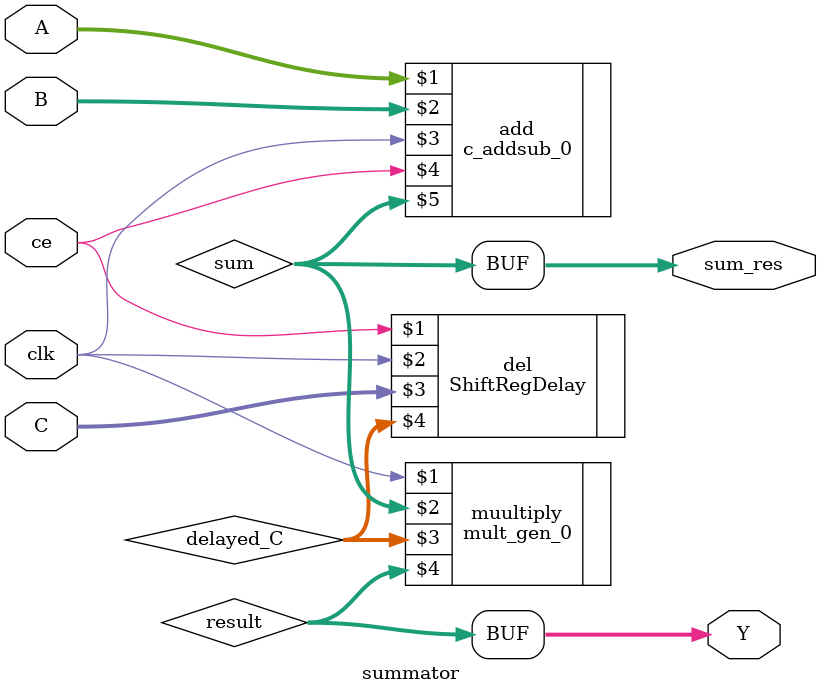
<source format=v>
`timescale 1ns / 1ps


module summator(
        input clk,
        input ce,
        input[7:0] A,
        input[7:0] B,
        input[7:0] C,
        output[16:0] Y,
        output[8:0] sum_res

    );


wire [8:0] sum;
wire [7:0] delayed_C;
wire [16:0] result;

c_addsub_0 add (A, B, clk, ce, sum); // latency 1
ShiftRegDelay#(2,8) del (ce, clk, C, delayed_C);
mult_gen_0 muultiply (clk, sum, delayed_C, result);  

assign Y = result;
assign sum_res = sum;

endmodule
</source>
